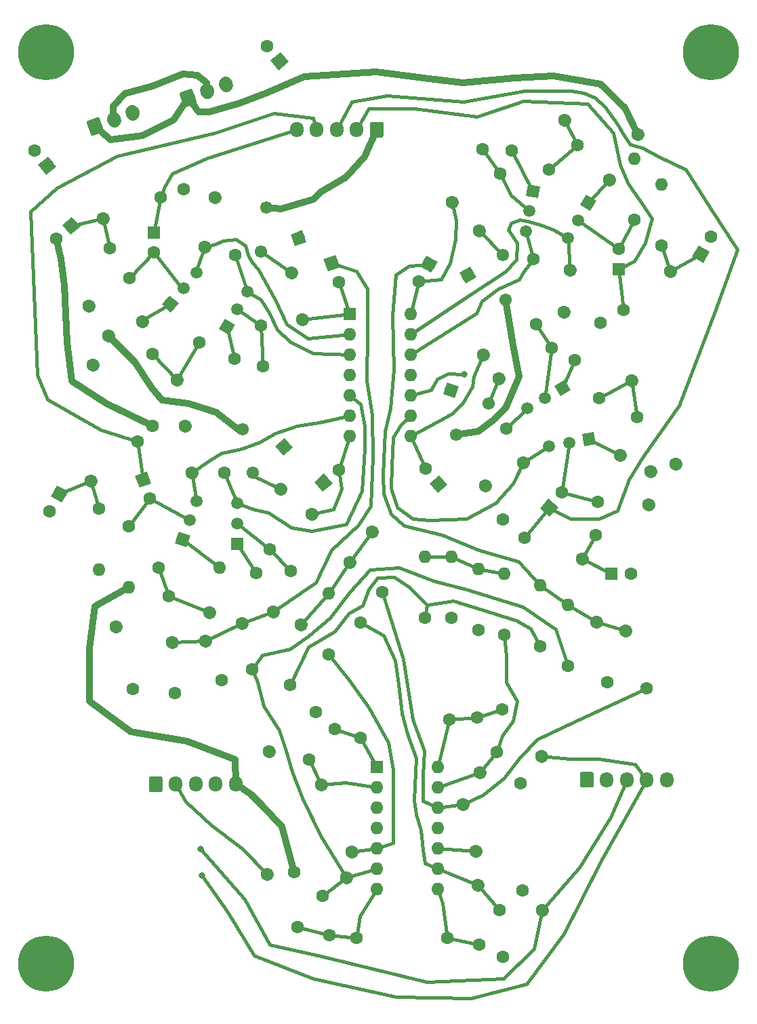
<source format=gbr>
G04 #@! TF.GenerationSoftware,KiCad,Pcbnew,(5.1.2-1)-1*
G04 #@! TF.CreationDate,2021-05-20T21:43:52-04:00*
G04 #@! TF.ProjectId,B_Format_Mic_Encoder,425f466f-726d-4617-945f-4d69635f456e,rev?*
G04 #@! TF.SameCoordinates,Original*
G04 #@! TF.FileFunction,Copper,L2,Bot*
G04 #@! TF.FilePolarity,Positive*
%FSLAX46Y46*%
G04 Gerber Fmt 4.6, Leading zero omitted, Abs format (unit mm)*
G04 Created by KiCad (PCBNEW (5.1.2-1)-1) date 2021-05-20 21:43:52*
%MOMM*%
%LPD*%
G04 APERTURE LIST*
%ADD10C,7.000000*%
%ADD11C,1.600000*%
%ADD12C,1.600000*%
%ADD13C,0.100000*%
%ADD14R,1.600000X1.600000*%
%ADD15C,1.700000*%
%ADD16O,1.700000X1.950000*%
%ADD17C,1.700000*%
%ADD18C,1.500000*%
%ADD19R,1.500000X1.500000*%
%ADD20O,1.600000X1.600000*%
%ADD21C,1.550000*%
%ADD22C,0.800000*%
%ADD23C,0.812800*%
%ADD24C,0.406400*%
G04 APERTURE END LIST*
D10*
X17780000Y-131572000D03*
X100838000Y-131572000D03*
X100838000Y-17780000D03*
X17780000Y-17780000D03*
D11*
X74803000Y-99822000D03*
X79701042Y-105659259D03*
D12*
X79701042Y-105659259D02*
X79701042Y-105659259D01*
D11*
X45357631Y-16969789D03*
X46964600Y-18884900D03*
D13*
G36*
X48091666Y-18983505D02*
G01*
X46865995Y-20011966D01*
X45837534Y-18786295D01*
X47063205Y-17757834D01*
X48091666Y-18983505D01*
X48091666Y-18983505D01*
G37*
D11*
X16312731Y-30025389D03*
X17919700Y-31940500D03*
D13*
G36*
X19046766Y-32039105D02*
G01*
X17821095Y-33067566D01*
X16792634Y-31841895D01*
X18018305Y-30813434D01*
X19046766Y-32039105D01*
X19046766Y-32039105D01*
G37*
D11*
X90869433Y-82854518D03*
D14*
X88369433Y-82854518D03*
D11*
X20937003Y-39422494D03*
D13*
G36*
X21035608Y-38295428D02*
G01*
X22064069Y-39521099D01*
X20838398Y-40549560D01*
X19809937Y-39323889D01*
X21035608Y-38295428D01*
X21035608Y-38295428D01*
G37*
D11*
X19021892Y-41029463D03*
X19472082Y-72912827D03*
D13*
G36*
X19179262Y-71820007D02*
G01*
X20564902Y-72620007D01*
X19764902Y-74005647D01*
X18379262Y-73205647D01*
X19179262Y-71820007D01*
X19179262Y-71820007D01*
G37*
D11*
X18222082Y-75077891D03*
X99576817Y-42972418D03*
D13*
G36*
X99869637Y-44065238D02*
G01*
X98483997Y-43265238D01*
X99283997Y-41879598D01*
X100669637Y-42679598D01*
X99869637Y-44065238D01*
X99869637Y-44065238D01*
G37*
D11*
X100826817Y-40807354D03*
X82238191Y-72716905D03*
X80631222Y-74632016D03*
D13*
G36*
X80729827Y-75759082D02*
G01*
X79504156Y-74730621D01*
X80532617Y-73504950D01*
X81758288Y-74533411D01*
X80729827Y-75759082D01*
X80729827Y-75759082D01*
G37*
D14*
X31245078Y-40265781D03*
D11*
X31245078Y-42765781D03*
X29905422Y-71121259D03*
D13*
G36*
X28880052Y-70643121D02*
G01*
X30383560Y-70095889D01*
X30930792Y-71599397D01*
X29427284Y-72146629D01*
X28880052Y-70643121D01*
X28880052Y-70643121D01*
G37*
D11*
X30760472Y-73470491D03*
X89351921Y-42354340D03*
D14*
X89351921Y-44854340D03*
D11*
X66814700Y-71678800D03*
D13*
G36*
X67941766Y-71777405D02*
G01*
X66716095Y-72805866D01*
X65687634Y-71580195D01*
X66913305Y-70551734D01*
X67941766Y-71777405D01*
X67941766Y-71777405D01*
G37*
D11*
X65207731Y-69763689D03*
X54334750Y-46443632D03*
X53479700Y-44094400D03*
D13*
G36*
X52454330Y-43616262D02*
G01*
X53957838Y-43069030D01*
X54505070Y-44572538D01*
X53001562Y-45119770D01*
X52454330Y-43616262D01*
X52454330Y-43616262D01*
G37*
D11*
X54353411Y-69894031D03*
X52438300Y-71501000D03*
D13*
G36*
X52339695Y-72628066D02*
G01*
X51311234Y-71402395D01*
X52536905Y-70373934D01*
X53565366Y-71599605D01*
X52339695Y-72628066D01*
X52339695Y-72628066D01*
G37*
D11*
X64345500Y-46386464D03*
X65595500Y-44221400D03*
D13*
G36*
X65302680Y-43128580D02*
G01*
X66688320Y-43928580D01*
X65888320Y-45314220D01*
X64502680Y-44514220D01*
X65302680Y-43128580D01*
X65302680Y-43128580D01*
G37*
D11*
X50672162Y-106103322D03*
X53886100Y-102273100D03*
X53200300Y-127977900D03*
X52332059Y-123053861D03*
X74426798Y-124837659D03*
X71926798Y-129167786D03*
X71628000Y-100838000D03*
X74128000Y-105168127D03*
D13*
G36*
X59717604Y-26458204D02*
G01*
X59741873Y-26461804D01*
X59765671Y-26467765D01*
X59788771Y-26476030D01*
X59810949Y-26486520D01*
X59831993Y-26499133D01*
X59851698Y-26513747D01*
X59869877Y-26530223D01*
X59886353Y-26548402D01*
X59900967Y-26568107D01*
X59913580Y-26589151D01*
X59924070Y-26611329D01*
X59932335Y-26634429D01*
X59938296Y-26658227D01*
X59941896Y-26682496D01*
X59943100Y-26707000D01*
X59943100Y-28157000D01*
X59941896Y-28181504D01*
X59938296Y-28205773D01*
X59932335Y-28229571D01*
X59924070Y-28252671D01*
X59913580Y-28274849D01*
X59900967Y-28295893D01*
X59886353Y-28315598D01*
X59869877Y-28333777D01*
X59851698Y-28350253D01*
X59831993Y-28364867D01*
X59810949Y-28377480D01*
X59788771Y-28387970D01*
X59765671Y-28396235D01*
X59741873Y-28402196D01*
X59717604Y-28405796D01*
X59693100Y-28407000D01*
X58493100Y-28407000D01*
X58468596Y-28405796D01*
X58444327Y-28402196D01*
X58420529Y-28396235D01*
X58397429Y-28387970D01*
X58375251Y-28377480D01*
X58354207Y-28364867D01*
X58334502Y-28350253D01*
X58316323Y-28333777D01*
X58299847Y-28315598D01*
X58285233Y-28295893D01*
X58272620Y-28274849D01*
X58262130Y-28252671D01*
X58253865Y-28229571D01*
X58247904Y-28205773D01*
X58244304Y-28181504D01*
X58243100Y-28157000D01*
X58243100Y-26707000D01*
X58244304Y-26682496D01*
X58247904Y-26658227D01*
X58253865Y-26634429D01*
X58262130Y-26611329D01*
X58272620Y-26589151D01*
X58285233Y-26568107D01*
X58299847Y-26548402D01*
X58316323Y-26530223D01*
X58334502Y-26513747D01*
X58354207Y-26499133D01*
X58375251Y-26486520D01*
X58397429Y-26476030D01*
X58420529Y-26467765D01*
X58444327Y-26461804D01*
X58468596Y-26458204D01*
X58493100Y-26457000D01*
X59693100Y-26457000D01*
X59717604Y-26458204D01*
X59717604Y-26458204D01*
G37*
D15*
X59093100Y-27432000D03*
D16*
X56593100Y-27432000D03*
X54093100Y-27432000D03*
X51593100Y-27432000D03*
X49093100Y-27432000D03*
X95331300Y-108585000D03*
X92831300Y-108585000D03*
X90331300Y-108585000D03*
X87831300Y-108585000D03*
D13*
G36*
X85955804Y-107611204D02*
G01*
X85980073Y-107614804D01*
X86003871Y-107620765D01*
X86026971Y-107629030D01*
X86049149Y-107639520D01*
X86070193Y-107652133D01*
X86089898Y-107666747D01*
X86108077Y-107683223D01*
X86124553Y-107701402D01*
X86139167Y-107721107D01*
X86151780Y-107742151D01*
X86162270Y-107764329D01*
X86170535Y-107787429D01*
X86176496Y-107811227D01*
X86180096Y-107835496D01*
X86181300Y-107860000D01*
X86181300Y-109310000D01*
X86180096Y-109334504D01*
X86176496Y-109358773D01*
X86170535Y-109382571D01*
X86162270Y-109405671D01*
X86151780Y-109427849D01*
X86139167Y-109448893D01*
X86124553Y-109468598D01*
X86108077Y-109486777D01*
X86089898Y-109503253D01*
X86070193Y-109517867D01*
X86049149Y-109530480D01*
X86026971Y-109540970D01*
X86003871Y-109549235D01*
X85980073Y-109555196D01*
X85955804Y-109558796D01*
X85931300Y-109560000D01*
X84731300Y-109560000D01*
X84706796Y-109558796D01*
X84682527Y-109555196D01*
X84658729Y-109549235D01*
X84635629Y-109540970D01*
X84613451Y-109530480D01*
X84592407Y-109517867D01*
X84572702Y-109503253D01*
X84554523Y-109486777D01*
X84538047Y-109468598D01*
X84523433Y-109448893D01*
X84510820Y-109427849D01*
X84500330Y-109405671D01*
X84492065Y-109382571D01*
X84486104Y-109358773D01*
X84482504Y-109334504D01*
X84481300Y-109310000D01*
X84481300Y-107860000D01*
X84482504Y-107835496D01*
X84486104Y-107811227D01*
X84492065Y-107787429D01*
X84500330Y-107764329D01*
X84510820Y-107742151D01*
X84523433Y-107721107D01*
X84538047Y-107701402D01*
X84554523Y-107683223D01*
X84572702Y-107666747D01*
X84592407Y-107652133D01*
X84613451Y-107639520D01*
X84635629Y-107629030D01*
X84658729Y-107620765D01*
X84682527Y-107614804D01*
X84706796Y-107611204D01*
X84731300Y-107610000D01*
X85931300Y-107610000D01*
X85955804Y-107611204D01*
X85955804Y-107611204D01*
G37*
D15*
X85331300Y-108585000D03*
D13*
G36*
X32107804Y-108182704D02*
G01*
X32132073Y-108186304D01*
X32155871Y-108192265D01*
X32178971Y-108200530D01*
X32201149Y-108211020D01*
X32222193Y-108223633D01*
X32241898Y-108238247D01*
X32260077Y-108254723D01*
X32276553Y-108272902D01*
X32291167Y-108292607D01*
X32303780Y-108313651D01*
X32314270Y-108335829D01*
X32322535Y-108358929D01*
X32328496Y-108382727D01*
X32332096Y-108406996D01*
X32333300Y-108431500D01*
X32333300Y-109881500D01*
X32332096Y-109906004D01*
X32328496Y-109930273D01*
X32322535Y-109954071D01*
X32314270Y-109977171D01*
X32303780Y-109999349D01*
X32291167Y-110020393D01*
X32276553Y-110040098D01*
X32260077Y-110058277D01*
X32241898Y-110074753D01*
X32222193Y-110089367D01*
X32201149Y-110101980D01*
X32178971Y-110112470D01*
X32155871Y-110120735D01*
X32132073Y-110126696D01*
X32107804Y-110130296D01*
X32083300Y-110131500D01*
X30883300Y-110131500D01*
X30858796Y-110130296D01*
X30834527Y-110126696D01*
X30810729Y-110120735D01*
X30787629Y-110112470D01*
X30765451Y-110101980D01*
X30744407Y-110089367D01*
X30724702Y-110074753D01*
X30706523Y-110058277D01*
X30690047Y-110040098D01*
X30675433Y-110020393D01*
X30662820Y-109999349D01*
X30652330Y-109977171D01*
X30644065Y-109954071D01*
X30638104Y-109930273D01*
X30634504Y-109906004D01*
X30633300Y-109881500D01*
X30633300Y-108431500D01*
X30634504Y-108406996D01*
X30638104Y-108382727D01*
X30644065Y-108358929D01*
X30652330Y-108335829D01*
X30662820Y-108313651D01*
X30675433Y-108292607D01*
X30690047Y-108272902D01*
X30706523Y-108254723D01*
X30724702Y-108238247D01*
X30744407Y-108223633D01*
X30765451Y-108211020D01*
X30787629Y-108200530D01*
X30810729Y-108192265D01*
X30834527Y-108186304D01*
X30858796Y-108182704D01*
X30883300Y-108181500D01*
X32083300Y-108181500D01*
X32107804Y-108182704D01*
X32107804Y-108182704D01*
G37*
D15*
X31483300Y-109156500D03*
D16*
X33983300Y-109156500D03*
X36483300Y-109156500D03*
X38983300Y-109156500D03*
X41483300Y-109156500D03*
D13*
G36*
X24265284Y-25891620D02*
G01*
X24289372Y-25896275D01*
X24312888Y-25903269D01*
X24335606Y-25912534D01*
X24357305Y-25923981D01*
X24377778Y-25937500D01*
X24396828Y-25952960D01*
X24414270Y-25970213D01*
X24429938Y-25989093D01*
X24443679Y-26009418D01*
X24455362Y-26030991D01*
X24464874Y-26053606D01*
X24960803Y-27416160D01*
X24968053Y-27439598D01*
X24972970Y-27463634D01*
X24975508Y-27488036D01*
X24975642Y-27512570D01*
X24973371Y-27536998D01*
X24968716Y-27561086D01*
X24961722Y-27584602D01*
X24952457Y-27607320D01*
X24941010Y-27629019D01*
X24927491Y-27649492D01*
X24912031Y-27668542D01*
X24894778Y-27685984D01*
X24875898Y-27701652D01*
X24855573Y-27715393D01*
X24834000Y-27727076D01*
X24811385Y-27736588D01*
X23683754Y-28147012D01*
X23660316Y-28154262D01*
X23636280Y-28159179D01*
X23611878Y-28161717D01*
X23587344Y-28161851D01*
X23562916Y-28159580D01*
X23538828Y-28154925D01*
X23515312Y-28147931D01*
X23492594Y-28138666D01*
X23470895Y-28127219D01*
X23450422Y-28113700D01*
X23431372Y-28098240D01*
X23413930Y-28080987D01*
X23398262Y-28062107D01*
X23384521Y-28041782D01*
X23372838Y-28020209D01*
X23363326Y-27997594D01*
X22867397Y-26635040D01*
X22860147Y-26611602D01*
X22855230Y-26587566D01*
X22852692Y-26563164D01*
X22852558Y-26538630D01*
X22854829Y-26514202D01*
X22859484Y-26490114D01*
X22866478Y-26466598D01*
X22875743Y-26443880D01*
X22887190Y-26422181D01*
X22900709Y-26401708D01*
X22916169Y-26382658D01*
X22933422Y-26365216D01*
X22952302Y-26349548D01*
X22972627Y-26335807D01*
X22994200Y-26324124D01*
X23016815Y-26314612D01*
X24144446Y-25904188D01*
X24167884Y-25896938D01*
X24191920Y-25892021D01*
X24216322Y-25889483D01*
X24240856Y-25889349D01*
X24265284Y-25891620D01*
X24265284Y-25891620D01*
G37*
D15*
X23914100Y-27025600D03*
X26263332Y-26170550D03*
D17*
X26220579Y-26053088D02*
X26306085Y-26288012D01*
D15*
X28612563Y-25315499D03*
D17*
X28569810Y-25198037D02*
X28655316Y-25432961D01*
D15*
X40245763Y-21759499D03*
D17*
X40203010Y-21642037D02*
X40288516Y-21876961D01*
D15*
X37896532Y-22614550D03*
D17*
X37853779Y-22497088D02*
X37939285Y-22732012D01*
D13*
G36*
X35898484Y-22335620D02*
G01*
X35922572Y-22340275D01*
X35946088Y-22347269D01*
X35968806Y-22356534D01*
X35990505Y-22367981D01*
X36010978Y-22381500D01*
X36030028Y-22396960D01*
X36047470Y-22414213D01*
X36063138Y-22433093D01*
X36076879Y-22453418D01*
X36088562Y-22474991D01*
X36098074Y-22497606D01*
X36594003Y-23860160D01*
X36601253Y-23883598D01*
X36606170Y-23907634D01*
X36608708Y-23932036D01*
X36608842Y-23956570D01*
X36606571Y-23980998D01*
X36601916Y-24005086D01*
X36594922Y-24028602D01*
X36585657Y-24051320D01*
X36574210Y-24073019D01*
X36560691Y-24093492D01*
X36545231Y-24112542D01*
X36527978Y-24129984D01*
X36509098Y-24145652D01*
X36488773Y-24159393D01*
X36467200Y-24171076D01*
X36444585Y-24180588D01*
X35316954Y-24591012D01*
X35293516Y-24598262D01*
X35269480Y-24603179D01*
X35245078Y-24605717D01*
X35220544Y-24605851D01*
X35196116Y-24603580D01*
X35172028Y-24598925D01*
X35148512Y-24591931D01*
X35125794Y-24582666D01*
X35104095Y-24571219D01*
X35083622Y-24557700D01*
X35064572Y-24542240D01*
X35047130Y-24524987D01*
X35031462Y-24506107D01*
X35017721Y-24485782D01*
X35006038Y-24464209D01*
X34996526Y-24441594D01*
X34500597Y-23079040D01*
X34493347Y-23055602D01*
X34488430Y-23031566D01*
X34485892Y-23007164D01*
X34485758Y-22982630D01*
X34488029Y-22958202D01*
X34492684Y-22934114D01*
X34499678Y-22910598D01*
X34508943Y-22887880D01*
X34520390Y-22866181D01*
X34533909Y-22845708D01*
X34549369Y-22826658D01*
X34566622Y-22809216D01*
X34585502Y-22793548D01*
X34605827Y-22779807D01*
X34627400Y-22768124D01*
X34650015Y-22758612D01*
X35777646Y-22348188D01*
X35801084Y-22340938D01*
X35825120Y-22336021D01*
X35849522Y-22333483D01*
X35874056Y-22333349D01*
X35898484Y-22335620D01*
X35898484Y-22335620D01*
G37*
D15*
X35547300Y-23469600D03*
D18*
X85618949Y-66067837D03*
D13*
G36*
X84750107Y-65459467D02*
G01*
X86227319Y-65198995D01*
X86487791Y-66676207D01*
X85010579Y-66936679D01*
X84750107Y-65459467D01*
X84750107Y-65459467D01*
G37*
D18*
X80616126Y-66949970D03*
X83117537Y-66508903D03*
X34932081Y-47228647D03*
X36564761Y-45282894D03*
X33299400Y-49174400D03*
D13*
G36*
X34356024Y-49081957D02*
G01*
X33391843Y-50231024D01*
X32242776Y-49266843D01*
X33206957Y-48117776D01*
X34356024Y-49081957D01*
X34356024Y-49081957D01*
G37*
D18*
X35710233Y-76197647D03*
X36578964Y-73810827D03*
X34841502Y-78584466D03*
D13*
G36*
X35802787Y-78136212D02*
G01*
X35289756Y-79545751D01*
X33880217Y-79032720D01*
X34393248Y-77623181D01*
X35802787Y-78136212D01*
X35802787Y-78136212D01*
G37*
D18*
X84264985Y-38751234D03*
X82994985Y-40950938D03*
X85534985Y-36551529D03*
D13*
G36*
X84510466Y-36826048D02*
G01*
X85260466Y-35527010D01*
X86559504Y-36277010D01*
X85809504Y-37576048D01*
X84510466Y-36826048D01*
X84510466Y-36826048D01*
G37*
D18*
X80117726Y-60946402D03*
X77918022Y-62216402D03*
X82317431Y-59676402D03*
D13*
G36*
X81292912Y-59401883D02*
G01*
X82591950Y-58651883D01*
X83341950Y-59950921D01*
X82042912Y-60700921D01*
X81292912Y-59401883D01*
X81292912Y-59401883D01*
G37*
D18*
X40406247Y-52068253D03*
D13*
G36*
X41430766Y-51793734D02*
G01*
X40680766Y-53092772D01*
X39381728Y-52342772D01*
X40131728Y-51043734D01*
X41430766Y-51793734D01*
X41430766Y-51793734D01*
G37*
D18*
X42946247Y-47668844D03*
X41676247Y-49868548D03*
D19*
X41640525Y-79179304D03*
D18*
X41640525Y-74099304D03*
X41640525Y-76639304D03*
X78612719Y-35098544D03*
D13*
G36*
X77743877Y-35706914D02*
G01*
X78004349Y-34229702D01*
X79481561Y-34490174D01*
X79221089Y-35967386D01*
X77743877Y-35706914D01*
X77743877Y-35706914D01*
G37*
D18*
X77730586Y-40101367D03*
X78171653Y-37599956D03*
D11*
X93066813Y-74243764D03*
D12*
X93066813Y-74243764D02*
X93066813Y-74243764D01*
D11*
X86467699Y-78053764D03*
X23149201Y-49424321D03*
D12*
X23149201Y-49424321D02*
X23149201Y-49424321D01*
D11*
X25755394Y-42263863D03*
X24356660Y-74782502D03*
D20*
X24356660Y-82402502D03*
D11*
X94659147Y-41893129D03*
D20*
X94659147Y-34273129D03*
D11*
X84739448Y-81019737D03*
D12*
X84739448Y-81019737D02*
X84739448Y-81019737D01*
D11*
X77578990Y-78413544D03*
X24929660Y-38509887D03*
D12*
X24929660Y-38509887D02*
X24929660Y-38509887D01*
D11*
X32090118Y-35903694D03*
X29238886Y-66375373D03*
X23401627Y-71273415D03*
D12*
X23401627Y-71273415D02*
X23401627Y-71273415D01*
D11*
X89931909Y-49971263D03*
X95769168Y-45073221D03*
D12*
X95769168Y-45073221D02*
X95769168Y-45073221D01*
D11*
X93276361Y-70103335D03*
D12*
X93276361Y-70103335D02*
X93276361Y-70103335D01*
D11*
X86677247Y-73913335D03*
X28186964Y-45973963D03*
X25580771Y-53134421D03*
D12*
X25580771Y-53134421D02*
X25580771Y-53134421D01*
D11*
X28136400Y-76916098D03*
D20*
X28136400Y-84536098D03*
D11*
X91259605Y-38711048D03*
D20*
X91259605Y-31091048D03*
D11*
X89469552Y-68085988D03*
D12*
X89469552Y-68085988D02*
X89469552Y-68085988D01*
D11*
X86863359Y-60925530D03*
X77419017Y-68975872D03*
D12*
X77419017Y-68975872D02*
X77419017Y-68975872D01*
D11*
X74812824Y-76136330D03*
X29796542Y-51368807D03*
D12*
X29796542Y-51368807D02*
X29796542Y-51368807D01*
D11*
X36957000Y-53975000D03*
X37560494Y-42021675D03*
D12*
X37560494Y-42021675D02*
X37560494Y-42021675D01*
D11*
X34954301Y-34861217D03*
X31828952Y-82107017D03*
D20*
X39448952Y-82107017D03*
D11*
X31086005Y-64427569D03*
X35984047Y-70264828D03*
D12*
X35984047Y-70264828D02*
X35984047Y-70264828D01*
D11*
X80636066Y-32372873D03*
X88140301Y-33696072D03*
D12*
X88140301Y-33696072D02*
X88140301Y-33696072D01*
D11*
X87068959Y-51577787D03*
X83258959Y-44978673D03*
D12*
X83258959Y-44978673D02*
X83258959Y-44978673D01*
D11*
X96476247Y-69181638D03*
D12*
X96476247Y-69181638D02*
X96476247Y-69181638D01*
D11*
X91578205Y-63344379D03*
X23593418Y-56779503D03*
D12*
X23593418Y-56779503D02*
X23593418Y-56779503D01*
D11*
X31097653Y-55456304D03*
X33141827Y-85647411D03*
X26542713Y-89457411D03*
D12*
X26542713Y-89457411D02*
X26542713Y-89457411D01*
D11*
X84183600Y-29329826D03*
X91687835Y-28006627D03*
D12*
X91687835Y-28006627D02*
X91687835Y-28006627D01*
D11*
X83811475Y-56165668D03*
X90971933Y-58771861D03*
D12*
X90971933Y-58771861D02*
X90971933Y-58771861D01*
D11*
X75284918Y-64739266D03*
X72678725Y-71899724D03*
D12*
X72678725Y-71899724D02*
X72678725Y-71899724D01*
D11*
X41318853Y-56060910D03*
X34158395Y-58667103D03*
D12*
X34158395Y-58667103D02*
X34158395Y-58667103D01*
D11*
X41445219Y-43040462D03*
X38839026Y-35880004D03*
D12*
X38839026Y-35880004D02*
X38839026Y-35880004D01*
D11*
X38176477Y-87656420D03*
D12*
X38176477Y-87656420D02*
X38176477Y-87656420D01*
D11*
X44013736Y-82758378D03*
X35180398Y-64407170D03*
D12*
X35180398Y-64407170D02*
X35180398Y-64407170D01*
D11*
X40078440Y-70244429D03*
X82521246Y-26185283D03*
D12*
X82521246Y-26185283D02*
X82521246Y-26185283D01*
D11*
X75922132Y-29995283D03*
X82457929Y-50156394D03*
D12*
X82457929Y-50156394D02*
X82457929Y-50156394D01*
D11*
X78647929Y-43557280D03*
X74352654Y-58475310D03*
D12*
X74352654Y-58475310D02*
X74352654Y-58475310D01*
D11*
X80951768Y-54665310D03*
X48469524Y-45272579D03*
D12*
X48469524Y-45272579D02*
X48469524Y-45272579D01*
D11*
X44659524Y-51871693D03*
X45750136Y-79809284D03*
X47073335Y-72305049D03*
D12*
X47073335Y-72305049D02*
X47073335Y-72305049D01*
D11*
X74533508Y-32884657D03*
X71927315Y-40045115D03*
D12*
X71927315Y-40045115D02*
X71927315Y-40045115D01*
D11*
X78984397Y-51678714D03*
X72385283Y-55488714D03*
D12*
X72385283Y-55488714D02*
X72385283Y-55488714D01*
D11*
X44878021Y-56927888D03*
X49776063Y-51090629D03*
D12*
X49776063Y-51090629D02*
X49776063Y-51090629D01*
D11*
X50947814Y-75381599D03*
D12*
X50947814Y-75381599D02*
X50947814Y-75381599D01*
D11*
X48341621Y-82542057D03*
X68537502Y-36443917D03*
D12*
X68537502Y-36443917D02*
X68537502Y-36443917D01*
D11*
X72347502Y-29844803D03*
X28624300Y-97278334D03*
X33522342Y-91441075D03*
D12*
X33522342Y-91441075D02*
X33522342Y-91441075D01*
D11*
X49612653Y-89231856D03*
D12*
X49612653Y-89231856D02*
X49612653Y-89231856D01*
D11*
X48289454Y-96736091D03*
X65080095Y-88362215D03*
D20*
X65080095Y-80742215D03*
X79497280Y-84289212D03*
D11*
X79497280Y-91909212D03*
X53060600Y-92951300D03*
D20*
X53060600Y-85331300D03*
X68426760Y-80777798D03*
D11*
X68426760Y-88397798D03*
X46135256Y-87636457D03*
D12*
X46135256Y-87636457D02*
X46135256Y-87636457D01*
D11*
X43529063Y-94796915D03*
D20*
X83009898Y-86743509D03*
D11*
X83009898Y-94363509D03*
D20*
X71782459Y-82298006D03*
D11*
X71782459Y-89918006D03*
X87887608Y-96409152D03*
X86564409Y-88904917D03*
D12*
X86564409Y-88904917D02*
X86564409Y-88904917D01*
D11*
X42288398Y-89033932D03*
D12*
X42288398Y-89033932D02*
X42288398Y-89033932D01*
D11*
X39682205Y-96194390D03*
X57073800Y-88925400D03*
X55750601Y-81421165D03*
D12*
X55750601Y-81421165D02*
X55750601Y-81421165D01*
D11*
X59817000Y-85128100D03*
X58493801Y-77623865D03*
D12*
X58493801Y-77623865D02*
X58493801Y-77623865D01*
D11*
X92809107Y-97146257D03*
X90202914Y-89985799D03*
D12*
X90202914Y-89985799D02*
X90202914Y-89985799D01*
D11*
X37686793Y-91212435D03*
D12*
X37686793Y-91212435D02*
X37686793Y-91212435D01*
D11*
X33876793Y-97811549D03*
D20*
X75034294Y-82871391D03*
D11*
X75034294Y-90491391D03*
X48793400Y-120154700D03*
X55953858Y-117548507D03*
D12*
X55953858Y-117548507D02*
X55953858Y-117548507D01*
D11*
X71480341Y-117529958D03*
D12*
X71480341Y-117529958D02*
X71480341Y-117529958D01*
D11*
X77317600Y-122428000D03*
X77050900Y-109042200D03*
X69890442Y-111648393D03*
D12*
X69890442Y-111648393D02*
X69890442Y-111648393D01*
D11*
X57086500Y-103339900D03*
X52188458Y-109177159D03*
D12*
X52188458Y-109177159D02*
X52188458Y-109177159D01*
D11*
X55255301Y-120829265D03*
D12*
X55255301Y-120829265D02*
X55255301Y-120829265D01*
D11*
X56578500Y-128333500D03*
X71692257Y-121700024D03*
D12*
X71692257Y-121700024D02*
X71692257Y-121700024D01*
D11*
X67882257Y-128299138D03*
X71932362Y-107704988D03*
D12*
X71932362Y-107704988D02*
X71932362Y-107704988D01*
D11*
X68122362Y-101105874D03*
X51460400Y-100126800D03*
X45623141Y-105024842D03*
D12*
X45623141Y-105024842D02*
X45623141Y-105024842D01*
D11*
X49199800Y-126987300D03*
X45389800Y-120388186D03*
D12*
X45389800Y-120388186D02*
X45389800Y-120388186D01*
D11*
X79751842Y-124871141D03*
D12*
X79751842Y-124871141D02*
X79751842Y-124871141D01*
D11*
X74853800Y-130708400D03*
D21*
X68992096Y-65499224D03*
X68352965Y-59945711D03*
D13*
G36*
X67359638Y-60408907D02*
G01*
X67889769Y-58952384D01*
X69346292Y-59482515D01*
X68816161Y-60939038D01*
X67359638Y-60408907D01*
X67359638Y-60408907D01*
G37*
D21*
X73051428Y-61655812D03*
X44645196Y-42686669D03*
X49343659Y-40976568D03*
D13*
G36*
X49806855Y-39983241D02*
G01*
X50336986Y-41439764D01*
X48880463Y-41969895D01*
X48350332Y-40513372D01*
X49806855Y-39983241D01*
X49806855Y-39983241D01*
G37*
D21*
X45284327Y-37133155D03*
X42343551Y-64832747D03*
X47472600Y-67056000D03*
D13*
G36*
X47568124Y-65964155D02*
G01*
X48564445Y-67151524D01*
X47377076Y-68147845D01*
X46380755Y-66960476D01*
X47568124Y-65964155D01*
X47568124Y-65964155D01*
G37*
D21*
X43642378Y-70269938D03*
X74812325Y-43101322D03*
X70482198Y-45601322D03*
D13*
G36*
X70198528Y-46659992D02*
G01*
X69423528Y-45317652D01*
X70765868Y-44542652D01*
X71540868Y-45884992D01*
X70198528Y-46659992D01*
X70198528Y-46659992D01*
G37*
D21*
X75147262Y-48681449D03*
D20*
X63360300Y-50419000D03*
X55740300Y-65659000D03*
X63360300Y-52959000D03*
X55740300Y-63119000D03*
X63360300Y-55499000D03*
X55740300Y-60579000D03*
X63360300Y-58039000D03*
X55740300Y-58039000D03*
X63360300Y-60579000D03*
X55740300Y-55499000D03*
X63360300Y-63119000D03*
X55740300Y-52959000D03*
X63360300Y-65659000D03*
D14*
X55740300Y-50419000D03*
X59093100Y-106972100D03*
D20*
X66713100Y-122212100D03*
X59093100Y-109512100D03*
X66713100Y-119672100D03*
X59093100Y-112052100D03*
X66713100Y-117132100D03*
X59093100Y-114592100D03*
X66713100Y-114592100D03*
X59093100Y-117132100D03*
X66713100Y-112052100D03*
X59093100Y-119672100D03*
X66713100Y-109512100D03*
X59093100Y-122212100D03*
X66713100Y-106972100D03*
D22*
X37299900Y-120561100D03*
X37071300Y-117208300D03*
X69989700Y-57937400D03*
D23*
X31086005Y-64427569D02*
X25361900Y-61633100D01*
X25361900Y-61633100D02*
X21018500Y-58788300D01*
X21018500Y-58788300D02*
X20447000Y-54013100D01*
X20447000Y-54013100D02*
X20091400Y-46901100D01*
X20091400Y-46901100D02*
X19672300Y-43624500D01*
X19672300Y-43624500D02*
X19021892Y-41029463D01*
D24*
X86467699Y-78053764D02*
X84739448Y-81019737D01*
X88369433Y-82854518D02*
X84739448Y-81019737D01*
X25755394Y-42263863D02*
X24929660Y-38509887D01*
X20937003Y-39422494D02*
X24929660Y-38509887D01*
X19472082Y-72912827D02*
X23401627Y-71273415D01*
X23401627Y-71273415D02*
X24356660Y-74782502D01*
X99576817Y-42972418D02*
X95769168Y-45073221D01*
X95769168Y-45073221D02*
X94659147Y-41893129D01*
X83117537Y-66508903D02*
X82238191Y-72716905D01*
X86677247Y-73913335D02*
X82238191Y-72716905D01*
X77578990Y-78413544D02*
X80631222Y-74632016D01*
X54093100Y-27432000D02*
X55994300Y-23914100D01*
X55994300Y-23914100D02*
X60388500Y-23190200D01*
X60388500Y-23190200D02*
X69900800Y-23914100D01*
X69900800Y-23914100D02*
X77520800Y-22606000D01*
X77520800Y-22606000D02*
X83375500Y-22606000D01*
X97726500Y-32410400D02*
X100660200Y-37096700D01*
X100660200Y-37096700D02*
X104165400Y-42367200D01*
X104165400Y-42367200D02*
X101384100Y-50126900D01*
X101384100Y-50126900D02*
X96850200Y-61836300D01*
X96850200Y-61836300D02*
X92392500Y-68237100D01*
X92392500Y-68237100D02*
X90627200Y-71107300D01*
X90627200Y-71107300D02*
X89166700Y-75006200D01*
X89166700Y-75006200D02*
X86842600Y-75984100D01*
X86842600Y-75984100D02*
X83312000Y-76047600D01*
X83312000Y-76047600D02*
X80631222Y-74632016D01*
X97726500Y-32410400D02*
X94322900Y-30822900D01*
X94322900Y-30822900D02*
X92316300Y-29718000D01*
X92316300Y-29718000D02*
X90792300Y-29298900D01*
X90792300Y-29298900D02*
X89966800Y-28194000D01*
X89966800Y-28194000D02*
X89192100Y-26746200D01*
X89192100Y-26746200D02*
X87604600Y-24612600D01*
X87604600Y-24612600D02*
X86385400Y-23406100D01*
X86385400Y-23406100D02*
X84937600Y-22821900D01*
X84937600Y-22821900D02*
X83375500Y-22606000D01*
X32090118Y-35903694D02*
X31245078Y-40265781D01*
X49093100Y-27432000D02*
X37909500Y-30962600D01*
X37909500Y-30962600D02*
X33515300Y-32905700D01*
X33515300Y-32905700D02*
X32613600Y-34556700D01*
X32613600Y-34556700D02*
X32090118Y-35903694D01*
X28186964Y-45973963D02*
X31245078Y-42765781D01*
X31245078Y-42765781D02*
X34811782Y-47346944D01*
X29905422Y-71121259D02*
X29238886Y-66375373D01*
X51593100Y-27432000D02*
X51142900Y-25946100D01*
X51142900Y-25946100D02*
X46253400Y-25361900D01*
X46253400Y-25361900D02*
X38849300Y-27876500D01*
X38849300Y-27876500D02*
X26682700Y-30695900D01*
X26682700Y-30695900D02*
X19126200Y-34696400D01*
X17945100Y-61087000D02*
X24612600Y-64935100D01*
X24612600Y-64935100D02*
X29238886Y-66375373D01*
X15857416Y-37650616D02*
X16675639Y-58051161D01*
X19126200Y-34696400D02*
X15857416Y-37650616D01*
X16675639Y-58051161D02*
X17945100Y-61087000D01*
X30760472Y-73470491D02*
X28136400Y-76916098D01*
X35710233Y-76197647D02*
X30760472Y-73470491D01*
X91259605Y-38711048D02*
X89351921Y-42354340D01*
X89351921Y-42354340D02*
X84264985Y-38751234D01*
X89931909Y-49971263D02*
X89351921Y-44854340D01*
X56593100Y-27432000D02*
X58115200Y-24765000D01*
X58115200Y-24765000D02*
X63754000Y-24765000D01*
X63754000Y-24765000D02*
X71602600Y-25806400D01*
X71602600Y-25806400D02*
X77381100Y-23876000D01*
X77381100Y-23876000D02*
X85394800Y-24168100D01*
X85394800Y-24168100D02*
X88671400Y-27851100D01*
X88671400Y-27851100D02*
X89471500Y-31800800D01*
X89471500Y-31800800D02*
X90525600Y-34175700D01*
X90525600Y-34175700D02*
X91846400Y-36093400D01*
X91846400Y-36093400D02*
X93497400Y-38468300D01*
X93497400Y-38468300D02*
X92633800Y-41567100D01*
X92633800Y-41567100D02*
X91249500Y-43815000D01*
X91249500Y-43815000D02*
X89351921Y-44854340D01*
X75034294Y-82871391D02*
X71782459Y-82298006D01*
X71782459Y-82298006D02*
X68426760Y-80777798D01*
X68426760Y-80777798D02*
X65080095Y-80742215D01*
X65207731Y-69763689D02*
X63360300Y-65659000D01*
X63360300Y-65659000D02*
X66776600Y-63792100D01*
X66776600Y-63792100D02*
X68541900Y-62890400D01*
X68541900Y-62890400D02*
X69875400Y-61569600D01*
X69875400Y-61569600D02*
X71031100Y-59499500D01*
X71031100Y-59499500D02*
X71196200Y-58216800D01*
X71196200Y-58216800D02*
X72385283Y-55488714D01*
X49776063Y-51090629D02*
X55740300Y-50419000D01*
X55740300Y-50419000D02*
X54334750Y-46443632D01*
X33522342Y-91441075D02*
X37686793Y-91212435D01*
X37686793Y-91212435D02*
X42288398Y-89033932D01*
X46135256Y-87636457D02*
X42288398Y-89033932D01*
X46135256Y-87636457D02*
X51485800Y-84010500D01*
X51485800Y-84010500D02*
X53467000Y-79921100D01*
X53467000Y-79921100D02*
X56857900Y-76733400D01*
X56857900Y-76733400D02*
X58318400Y-74371200D01*
X58318400Y-74371200D02*
X58635900Y-68287900D01*
X58635900Y-68287900D02*
X58521600Y-63080900D01*
X58521600Y-63080900D02*
X57810400Y-58762900D01*
X57810400Y-58762900D02*
X57886600Y-52730400D01*
X57886600Y-52730400D02*
X57886600Y-47282100D01*
X57886600Y-47282100D02*
X56603900Y-45148500D01*
X56603900Y-45148500D02*
X53479700Y-44094400D01*
X55740300Y-65659000D02*
X54353411Y-69894031D01*
X54353411Y-69894031D02*
X54673500Y-72263000D01*
X54673500Y-72263000D02*
X53721000Y-74828400D01*
X53721000Y-74828400D02*
X50947814Y-75381599D01*
X49612653Y-89231856D02*
X53060600Y-85331300D01*
X53060600Y-85331300D02*
X55750601Y-81421165D01*
X55750601Y-81421165D02*
X58493801Y-77623865D01*
X63360300Y-50419000D02*
X64345500Y-46386464D01*
X64345500Y-46386464D02*
X67183000Y-46139100D01*
X67183000Y-46139100D02*
X68249800Y-44056300D01*
X68249800Y-44056300D02*
X68884800Y-41160700D01*
X68884800Y-41160700D02*
X68999100Y-38735000D01*
X68999100Y-38735000D02*
X68537502Y-36443917D01*
X79497280Y-84289212D02*
X83009898Y-86743509D01*
X83009898Y-86743509D02*
X86564409Y-88904917D01*
X90202914Y-89985799D02*
X86564409Y-88904917D01*
X79497280Y-84289212D02*
X76796900Y-81356200D01*
X76796900Y-81356200D02*
X71843900Y-79870300D01*
X71843900Y-79870300D02*
X67310000Y-78028800D01*
X67310000Y-78028800D02*
X62484000Y-76822300D01*
X62484000Y-76822300D02*
X60896500Y-75387200D01*
X60896500Y-75387200D02*
X59944000Y-72898000D01*
X59944000Y-72898000D02*
X59855100Y-70510400D01*
X59855100Y-70510400D02*
X60096400Y-65049400D01*
X60096400Y-65049400D02*
X60833000Y-62230000D01*
X60833000Y-62230000D02*
X61201300Y-57391300D01*
X61201300Y-57391300D02*
X61087000Y-50647600D01*
X61087000Y-50647600D02*
X61506100Y-45567600D01*
X61506100Y-45567600D02*
X63182500Y-44437300D01*
X63182500Y-44437300D02*
X65595500Y-44221400D01*
X59093100Y-109512100D02*
X55206900Y-108915200D01*
X55206900Y-108915200D02*
X52188458Y-109177159D01*
X50672162Y-106103322D02*
X52188458Y-109177159D01*
X59093100Y-106972100D02*
X57086500Y-103339900D01*
X57086500Y-103339900D02*
X53886100Y-102273100D01*
X59093100Y-122212100D02*
X56984900Y-125666500D01*
X56984900Y-125666500D02*
X56578500Y-128333500D01*
X56578500Y-128333500D02*
X53200300Y-127977900D01*
X49199800Y-126987300D02*
X53200300Y-127977900D01*
X52332059Y-123053861D02*
X55255301Y-120829265D01*
X55255301Y-120829265D02*
X59093100Y-119672100D01*
X55255301Y-120829265D02*
X52184300Y-115735100D01*
X44932600Y-99377500D02*
X44221400Y-96405700D01*
X44221400Y-96405700D02*
X43529063Y-94796915D01*
X83009898Y-94363509D02*
X81419700Y-89776300D01*
X81419700Y-89776300D02*
X77368400Y-86995000D01*
X77368400Y-86995000D02*
X70256400Y-84797900D01*
X70256400Y-84797900D02*
X66332100Y-83794600D01*
X66332100Y-83794600D02*
X61887100Y-82067400D01*
X61887100Y-82067400D02*
X58229500Y-82334100D01*
X58229500Y-82334100D02*
X55702200Y-85191600D01*
X55702200Y-85191600D02*
X53251100Y-88379300D01*
X53251100Y-88379300D02*
X50520600Y-90639900D01*
X50520600Y-90639900D02*
X48272700Y-92240100D01*
X48272700Y-92240100D02*
X44805600Y-93040200D01*
X44805600Y-93040200D02*
X43529063Y-94796915D01*
X44932600Y-99377500D02*
X46901100Y-102425500D01*
X46901100Y-102425500D02*
X47777400Y-104990900D01*
X47777400Y-104990900D02*
X48488600Y-107632500D01*
X48488600Y-107632500D02*
X49898300Y-111086900D01*
X52184300Y-115735100D02*
X49898300Y-111086900D01*
X74426798Y-124837659D02*
X71692257Y-121700024D01*
X66713100Y-119672100D02*
X71692257Y-121700024D01*
X57073800Y-88925400D02*
X59969400Y-90576400D01*
X59969400Y-90576400D02*
X61391800Y-93675200D01*
X61391800Y-93675200D02*
X61849000Y-96659700D01*
X61849000Y-96659700D02*
X62230000Y-100291900D01*
X62230000Y-100291900D02*
X62941200Y-102819200D01*
X62941200Y-102819200D02*
X63982600Y-105867200D01*
X63982600Y-105867200D02*
X63792100Y-111112300D01*
X63792100Y-111112300D02*
X63982600Y-112928400D01*
X63982600Y-112928400D02*
X64630300Y-114871500D01*
X64630300Y-114871500D02*
X64884300Y-117335300D01*
X64884300Y-117335300D02*
X65087500Y-119011700D01*
X65087500Y-119011700D02*
X66713100Y-119672100D01*
X71926798Y-129167786D02*
X67882257Y-128299138D01*
X67882257Y-128299138D02*
X67335400Y-123977400D01*
X67335400Y-123977400D02*
X66713100Y-122212100D01*
X66713100Y-106972100D02*
X68122362Y-101105874D01*
X68122362Y-101105874D02*
X71628000Y-100838000D01*
X71628000Y-100838000D02*
X74803000Y-99822000D01*
X74128000Y-105168127D02*
X71932362Y-107704988D01*
X71932362Y-107704988D02*
X66713100Y-109512100D01*
X75272900Y-96418400D02*
X75272900Y-93218000D01*
X75272900Y-93218000D02*
X75034294Y-90491391D01*
X75272900Y-96418400D02*
X76619100Y-98755200D01*
X76619100Y-98755200D02*
X76149200Y-101257100D01*
X76149200Y-101257100D02*
X74764900Y-103136700D01*
X74764900Y-103136700D02*
X74128000Y-105168127D01*
D23*
X23914100Y-27025600D02*
X25869900Y-28702000D01*
X25869900Y-28702000D02*
X29781500Y-28194000D01*
X29781500Y-28194000D02*
X33693100Y-26263600D01*
X33693100Y-26263600D02*
X35547300Y-23469600D01*
X91687835Y-28006627D02*
X90131900Y-24663400D01*
X90131900Y-24663400D02*
X87071200Y-21780500D01*
X87071200Y-21780500D02*
X81241900Y-20726400D01*
X81241900Y-20726400D02*
X76250800Y-21018500D01*
X76250800Y-21018500D02*
X69837300Y-21602700D01*
X69837300Y-21602700D02*
X65608200Y-21082000D01*
X65608200Y-21082000D02*
X59016900Y-20256500D01*
X59016900Y-20256500D02*
X50076100Y-20840700D01*
X50076100Y-20840700D02*
X45554900Y-22720300D01*
X45554900Y-22720300D02*
X41960800Y-24142700D01*
X41960800Y-24142700D02*
X38201600Y-25196800D01*
X38201600Y-25196800D02*
X36842700Y-25196800D01*
X36842700Y-25196800D02*
X35547300Y-23469600D01*
X75147262Y-48681449D02*
X76136500Y-54317900D01*
X76136500Y-54317900D02*
X76860400Y-58242200D01*
X76860400Y-58242200D02*
X75311000Y-62052200D01*
X75311000Y-62052200D02*
X73825100Y-63601600D01*
X73825100Y-63601600D02*
X71780400Y-65087500D01*
X71780400Y-65087500D02*
X68992096Y-65499224D01*
X25580771Y-53134421D02*
X28854400Y-56413400D01*
X28854400Y-56413400D02*
X30962600Y-59690000D01*
X30962600Y-59690000D02*
X32258000Y-61201300D01*
X32258000Y-61201300D02*
X35572700Y-61658500D01*
X35572700Y-61658500D02*
X39014400Y-62750700D01*
X39014400Y-62750700D02*
X42074684Y-65092823D01*
X48793400Y-120154700D02*
X47244000Y-114465100D01*
X47244000Y-114465100D02*
X44831000Y-111861600D01*
X44831000Y-111861600D02*
X43345100Y-110375700D01*
X43345100Y-110375700D02*
X41483300Y-109156500D01*
X26263332Y-26170550D02*
X26174700Y-24549100D01*
X26174700Y-24549100D02*
X27622500Y-22885400D01*
X27622500Y-22885400D02*
X31076900Y-21996400D01*
X31076900Y-21996400D02*
X34874200Y-20497800D01*
X34874200Y-20497800D02*
X36626800Y-20637500D01*
X36626800Y-20637500D02*
X37820600Y-21551900D01*
X37820600Y-21551900D02*
X37896532Y-22614550D01*
X59093100Y-27432000D02*
X57543700Y-30797500D01*
X57543700Y-30797500D02*
X55308500Y-33324800D01*
X55308500Y-33324800D02*
X52222400Y-35077400D01*
X51102502Y-36167302D02*
X47188529Y-37304571D01*
X45284327Y-37133155D02*
X47188529Y-37304571D01*
X52222400Y-35077400D02*
X51102502Y-36167302D01*
X41483300Y-109156500D02*
X41389300Y-106045000D01*
X41389300Y-106045000D02*
X35369500Y-103797100D01*
X35369500Y-103797100D02*
X28397200Y-102565200D01*
X28397200Y-102565200D02*
X23228300Y-98806000D01*
X23228300Y-98806000D02*
X23228300Y-92214700D01*
X23228300Y-92214700D02*
X23876000Y-86944200D01*
X23876000Y-86944200D02*
X28136400Y-84536098D01*
D24*
X92831300Y-108585000D02*
X91338400Y-106629200D01*
X91338400Y-106629200D02*
X86779100Y-105943400D01*
X86779100Y-105943400D02*
X83235800Y-105943400D01*
X83235800Y-105943400D02*
X79701042Y-105659259D01*
X92831300Y-108585000D02*
X87160100Y-118668800D01*
X87160100Y-118668800D02*
X82473800Y-127800100D01*
X82473800Y-127800100D02*
X77800200Y-134086600D01*
X77800200Y-134086600D02*
X70853300Y-135839200D01*
X70853300Y-135839200D02*
X61569600Y-135699500D01*
X61569600Y-135699500D02*
X51181000Y-133426200D01*
X51181000Y-133426200D02*
X43802300Y-130505200D01*
X43802300Y-130505200D02*
X40436800Y-125095000D01*
X40436800Y-125095000D02*
X37299900Y-120561100D01*
X37299900Y-120561100D02*
X37299900Y-120561100D01*
X79751842Y-124871141D02*
X84391500Y-119519700D01*
X84391500Y-119519700D02*
X88290400Y-113258600D01*
X88290400Y-113258600D02*
X90331300Y-108585000D01*
X79751842Y-124871141D02*
X78752700Y-129705100D01*
X78752700Y-129705100D02*
X74942700Y-133426200D01*
X74942700Y-133426200D02*
X65366900Y-133870700D01*
X65366900Y-133870700D02*
X52133500Y-130657600D01*
X52133500Y-130657600D02*
X45707300Y-129197100D01*
X45707300Y-129197100D02*
X42633900Y-123494800D01*
X42633900Y-123494800D02*
X37071300Y-117208300D01*
X37071300Y-117208300D02*
X37071300Y-117208300D01*
X42252900Y-117157500D02*
X45389800Y-120388186D01*
X38442900Y-114274600D02*
X42252900Y-117157500D01*
X35255200Y-111315500D02*
X38442900Y-114274600D01*
X33983300Y-109156500D02*
X35255200Y-111315500D01*
X89469552Y-68085988D02*
X85618949Y-66067837D01*
X77419017Y-68975872D02*
X80616126Y-66949970D01*
X63360300Y-63119000D02*
X62090300Y-64325500D01*
X62090300Y-64325500D02*
X61137800Y-65862200D01*
X61137800Y-65862200D02*
X60985400Y-69430900D01*
X60985400Y-69430900D02*
X60909200Y-72199500D01*
X60909200Y-72199500D02*
X61671200Y-74549000D01*
X61671200Y-74549000D02*
X63588900Y-75971400D01*
X63588900Y-75971400D02*
X65747900Y-76200000D01*
X65747900Y-76200000D02*
X70243700Y-76047600D01*
X70243700Y-76047600D02*
X73901300Y-74041000D01*
X73901300Y-74041000D02*
X76085700Y-71589900D01*
X76085700Y-71589900D02*
X77419017Y-68975872D01*
X36444462Y-45401191D02*
X37560494Y-42021675D01*
X55740300Y-52959000D02*
X50444400Y-53479700D01*
X50444400Y-53479700D02*
X47879000Y-51727100D01*
X47879000Y-51727100D02*
X46418500Y-48628300D01*
X46418500Y-48628300D02*
X44310300Y-44818300D01*
X44310300Y-44818300D02*
X43497500Y-43992800D01*
X43497500Y-43992800D02*
X43014900Y-43053000D01*
X43014900Y-43053000D02*
X42659300Y-41884600D01*
X42659300Y-41884600D02*
X41529000Y-41148000D01*
X41529000Y-41148000D02*
X39903400Y-41262300D01*
X39903400Y-41262300D02*
X38989000Y-41732200D01*
X38989000Y-41732200D02*
X37560494Y-42021675D01*
X33179101Y-49292697D02*
X29839307Y-51242520D01*
X36578964Y-73810827D02*
X35984047Y-70264828D01*
X55740300Y-63119000D02*
X51904900Y-63995300D01*
X51904900Y-63995300D02*
X49136300Y-64439800D01*
X49136300Y-64439800D02*
X46367700Y-65328800D01*
X46367700Y-65328800D02*
X44488100Y-66484500D01*
X44488100Y-66484500D02*
X42189400Y-67310000D01*
X42189400Y-67310000D02*
X39700200Y-67792600D01*
X39700200Y-67792600D02*
X38227000Y-68707000D01*
X38227000Y-68707000D02*
X35984047Y-70264828D01*
X34841502Y-78584466D02*
X39448952Y-82107017D01*
X83258959Y-44978673D02*
X82994985Y-40950938D01*
X63360300Y-52959000D02*
X70993000Y-47891700D01*
X70993000Y-47891700D02*
X75133200Y-45161200D01*
X75133200Y-45161200D02*
X76555600Y-43649900D01*
X76555600Y-43649900D02*
X76606400Y-41541700D01*
X76606400Y-41541700D02*
X75526900Y-39979600D01*
X75526900Y-39979600D02*
X75857100Y-39128700D01*
X75857100Y-39128700D02*
X76987400Y-38633400D01*
X76987400Y-38633400D02*
X77863700Y-38823900D01*
X77863700Y-38823900D02*
X79654400Y-39319200D01*
X79654400Y-39319200D02*
X81216500Y-39954200D01*
X81216500Y-39954200D02*
X82994985Y-40950938D01*
X85534985Y-36551529D02*
X88140301Y-33696072D01*
X80951768Y-54665310D02*
X78984397Y-51678714D01*
X80117726Y-60946402D02*
X80951768Y-54665310D01*
X75284918Y-64739266D02*
X77918022Y-62216402D01*
X69989700Y-57937400D02*
X68008500Y-57899300D01*
X68008500Y-57899300D02*
X66624200Y-58610500D01*
X66624200Y-58610500D02*
X65862200Y-59944000D01*
X65862200Y-59944000D02*
X63360300Y-60579000D01*
X82317431Y-59676402D02*
X83811475Y-56165668D01*
X40406247Y-52068253D02*
X41318853Y-56060910D01*
X42946247Y-47668844D02*
X41445219Y-43040462D01*
X55740300Y-55499000D02*
X51168300Y-55346600D01*
X51168300Y-55346600D02*
X48298100Y-53949600D01*
X48298100Y-53949600D02*
X46685200Y-52400200D01*
X46685200Y-52400200D02*
X45681900Y-50279300D01*
X45681900Y-50279300D02*
X44627800Y-48641000D01*
X44627800Y-48641000D02*
X42946247Y-47668844D01*
X44659524Y-51871693D02*
X41676247Y-49868548D01*
X44878021Y-56927888D02*
X44659524Y-51871693D01*
X44013736Y-82758378D02*
X41640525Y-79179304D01*
X41640525Y-74099304D02*
X40078440Y-70244429D01*
X55740300Y-60579000D02*
X57086500Y-61696600D01*
X57086500Y-61696600D02*
X57619900Y-64401700D01*
X57619900Y-64401700D02*
X57619900Y-67284600D01*
X57619900Y-67284600D02*
X57264300Y-72580500D01*
X57264300Y-72580500D02*
X55283100Y-76669900D01*
X55283100Y-76669900D02*
X51003200Y-77508100D01*
X51003200Y-77508100D02*
X48425100Y-77089000D01*
X48425100Y-77089000D02*
X45593000Y-75285600D01*
X45593000Y-75285600D02*
X43675300Y-74866500D01*
X43675300Y-74866500D02*
X41640525Y-74099304D01*
X48341621Y-82542057D02*
X45750136Y-79809284D01*
X45750136Y-79809284D02*
X41640525Y-76639304D01*
X78612719Y-35098544D02*
X75922132Y-29995283D01*
X77730586Y-40101367D02*
X78647929Y-43557280D01*
X63360300Y-55499000D02*
X71526400Y-50380900D01*
X71526400Y-50380900D02*
X72212200Y-48818800D01*
X72212200Y-48818800D02*
X74256900Y-47307500D01*
X74256900Y-47307500D02*
X76898500Y-46088300D01*
X76898500Y-46088300D02*
X77482700Y-45110400D01*
X77482700Y-45110400D02*
X78647929Y-43557280D01*
X78171653Y-37599956D02*
X75869800Y-35610800D01*
X75869800Y-35610800D02*
X74533508Y-32884657D01*
X74533508Y-32884657D02*
X72347502Y-29844803D01*
X90971933Y-58771861D02*
X86863359Y-60925530D01*
X91578205Y-63344379D02*
X90971933Y-58771861D01*
X31097653Y-55456304D02*
X34158395Y-58667103D01*
X34158395Y-58667103D02*
X36999765Y-53848713D01*
X38176477Y-87656420D02*
X33141827Y-85647411D01*
X31828952Y-82107017D02*
X33141827Y-85647411D01*
X80636066Y-32372873D02*
X84183600Y-29329826D01*
X84183600Y-29329826D02*
X82521246Y-26185283D01*
X74352654Y-58475310D02*
X73051428Y-61655812D01*
X44645196Y-42686669D02*
X48469524Y-45272579D01*
X47073335Y-72305049D02*
X43373511Y-70530014D01*
X74812325Y-43101322D02*
X71927315Y-40045115D01*
X53860700Y-90081100D02*
X55651400Y-87782400D01*
X55651400Y-87782400D02*
X57315100Y-86855300D01*
X57315100Y-86855300D02*
X58064400Y-84785200D01*
X58064400Y-84785200D02*
X59220100Y-83337400D01*
X59220100Y-83337400D02*
X61290200Y-83286600D01*
X61290200Y-83286600D02*
X63144400Y-84543900D01*
X63144400Y-84543900D02*
X65328800Y-86741000D01*
X65328800Y-86741000D02*
X65080095Y-88362215D01*
X65328800Y-86741000D02*
X68668900Y-86271100D01*
X68668900Y-86271100D02*
X71958200Y-87261700D01*
X71958200Y-87261700D02*
X76568300Y-88696800D01*
X76568300Y-88696800D02*
X78359000Y-89738200D01*
X78359000Y-89738200D02*
X79497280Y-91909212D01*
X48289454Y-96736091D02*
X50585843Y-91987843D01*
X50585843Y-91987843D02*
X53860700Y-90081100D01*
X59093100Y-117132100D02*
X55953858Y-117548507D01*
X61137800Y-116446300D02*
X59093100Y-117132100D01*
X61137800Y-107315000D02*
X61137800Y-116446300D01*
X58051700Y-99555300D02*
X60540900Y-103936800D01*
X53060600Y-92951300D02*
X55740300Y-96240600D01*
X60540900Y-103936800D02*
X61137800Y-107315000D01*
X55740300Y-96240600D02*
X58051700Y-99555300D01*
X71480341Y-117529958D02*
X66713100Y-117132100D01*
X66713100Y-112052100D02*
X69890442Y-111648393D01*
X59817000Y-85128100D02*
X62445900Y-93573600D01*
X62445900Y-93573600D02*
X63563500Y-101092000D01*
X63563500Y-101092000D02*
X65049400Y-105003600D01*
X65049400Y-105003600D02*
X64871600Y-108026200D01*
X64871600Y-108026200D02*
X64871600Y-111226600D01*
X64871600Y-111226600D02*
X66713100Y-112052100D01*
X92809107Y-97146257D02*
X83794600Y-101295200D01*
X74993500Y-108331000D02*
X72390000Y-110477300D01*
X72390000Y-110477300D02*
X69890442Y-111648393D01*
X83794600Y-101295200D02*
X79209900Y-103543100D01*
X79209900Y-103543100D02*
X76962000Y-105816400D01*
X76962000Y-105816400D02*
X74993500Y-108331000D01*
M02*

</source>
